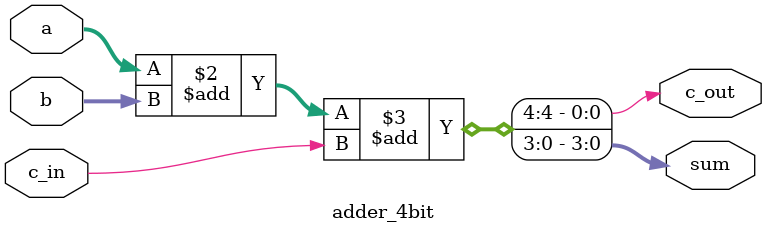
<source format=v>
 module adder_4bit 
 (
  input [3:0] a , 
  input [3:0] b, 
  input c_in ,
  output reg  c_out ,
  output reg [3:0] sum
 ) ;

 always @ (a or b or c_in) begin 
   {c_out,sum} = a + b +c_in;
end 
endmodule

</source>
